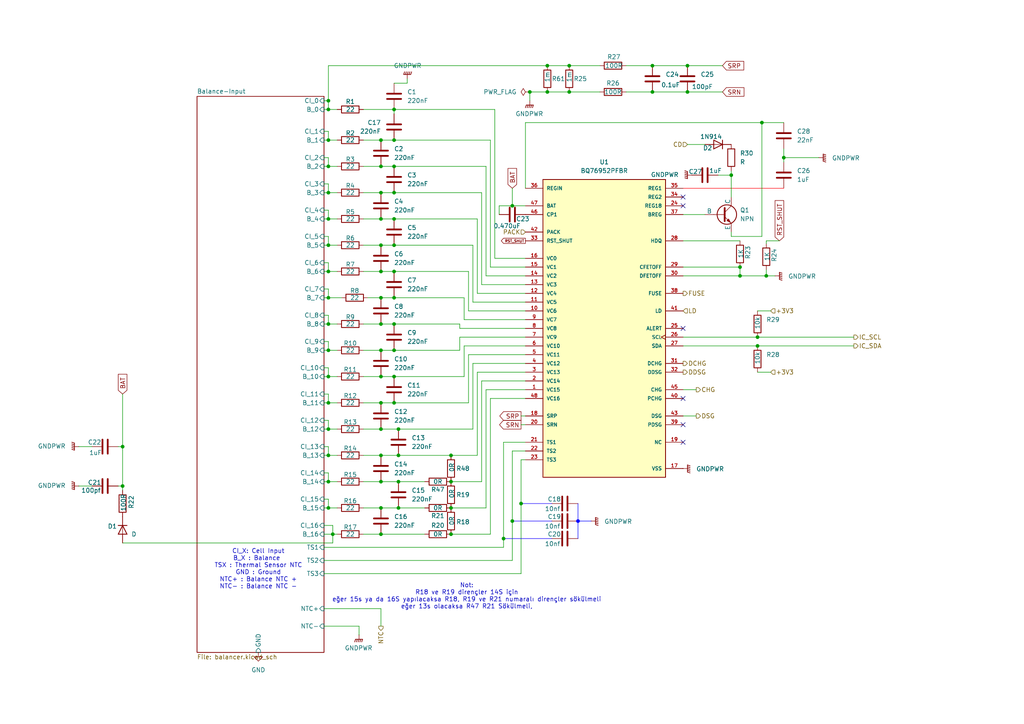
<source format=kicad_sch>
(kicad_sch (version 20250114) (generator "eeschema") (generator_version "9.0")
  (paper "A4")
  (title_block (title "BMS IC") (date "2026-01-01") (rev "0.1") (company "Pehlivan Team"))
  (lib_symbols
    (symbol "BQ76952PFBR:BQ76952PFBR" (pin_names (offset 1.016))
      (property "Reference" "U" (at -17.78 44.196 0))
      (property "Value" "BQ76952PFBR" (at -17.78 -45.72 0))
      (symbol "BQ76952PFBR_0_0"
        (pin input line (at -22.86 40.64 0) (length 5.08) (name "REGIN") (number "36"))
        (pin input line (at -22.86 35.56 0) (length 5.08) (name "BAT") (number "47"))
        (pin bidirectional line (at -22.86 33.02 0) (length 5.08) (name "CP1") (number "46"))
        (pin input line (at -22.86 27.94 0) (length 5.08) (name "PACK") (number "42"))
        (pin input line (at -22.86 25.4 0) (length 5.08) (name "RST_SHUT") (number "33"))
        (pin input line (at -22.86 20.32 0) (length 5.08) (name "VC0") (number "16"))
        (pin input line (at -22.86 17.78 0) (length 5.08) (name "VC1") (number "15"))
        (pin input line (at -22.86 15.24 0) (length 5.08) (name "VC2") (number "14"))
        (pin input line (at -22.86 12.7 0) (length 5.08) (name "VC3") (number "13"))
        (pin input line (at -22.86 10.16 0) (length 5.08) (name "VC4") (number "12"))
        (pin input line (at -22.86 7.62 0) (length 5.08) (name "VC5") (number "11"))
        (pin input line (at -22.86 5.08 0) (length 5.08) (name "VC6") (number "10"))
        (pin input line (at -22.86 2.54 0) (length 5.08) (name "VC7") (number "9"))
        (pin input line (at -22.86 0 0) (length 5.08) (name "VC8") (number "8"))
        (pin input line (at -22.86 -2.54 0) (length 5.08) (name "VC9") (number "7"))
        (pin input line (at -22.86 -5.08 0) (length 5.08) (name "VC10") (number "6"))
        (pin input line (at -22.86 -7.62 0) (length 5.08) (name "VC11") (number "5"))
        (pin input line (at -22.86 -10.16 0) (length 5.08) (name "VC12") (number "4"))
        (pin input line (at -22.86 -12.7 0) (length 5.08) (name "VC13") (number "3"))
        (pin input line (at -22.86 -15.24 0) (length 5.08) (name "VC14") (number "2"))
        (pin input line (at -22.86 -17.78 0) (length 5.08) (name "VC15") (number "1"))
        (pin input line (at -22.86 -20.32 0) (length 5.08) (name "VC16") (number "48"))
        (pin input line (at -22.86 -25.4 0) (length 5.08) (name "SRP") (number "18"))
        (pin input line (at -22.86 -27.94 0) (length 5.08) (name "SRN") (number "20"))
        (pin bidirectional line (at -22.86 -33.02 0) (length 5.08) (name "TS1") (number "21"))
        (pin bidirectional line (at -22.86 -35.56 0) (length 5.08) (name "TS2") (number "22"))
        (pin bidirectional line (at -22.86 -38.1 0) (length 5.08) (name "TS3") (number "23"))
        (pin output line (at 22.86 40.64 180) (length 5.08) (name "REG1") (number "35"))
        (pin output line (at 22.86 38.1 180) (length 5.08) (name "REG2") (number "34"))
        (pin output line (at 22.86 35.56 180) (length 5.08) (name "REG18") (number "24"))
        (pin output line (at 22.86 33.02 180) (length 5.08) (name "BREG") (number "37"))
        (pin bidirectional line (at 22.86 25.4 180) (length 5.08) (name "HDQ") (number "28"))
        (pin bidirectional line (at 22.86 17.78 180) (length 5.08) (name "CFETOFF") (number "29"))
        (pin bidirectional line (at 22.86 15.24 180) (length 5.08) (name "DFETOFF") (number "30"))
        (pin bidirectional line (at 22.86 10.16 180) (length 5.08) (name "FUSE") (number "38"))
        (pin bidirectional line (at 22.86 5.08 180) (length 5.08) (name "LD") (number "41"))
        (pin bidirectional line (at 22.86 0 180) (length 5.08) (name "ALERT") (number "25"))
        (pin bidirectional clock (at 22.86 -2.54 180) (length 5.08) (name "SCL") (number "26"))
        (pin bidirectional line (at 22.86 -5.08 180) (length 5.08) (name "SDA") (number "27"))
        (pin bidirectional line (at 22.86 -10.16 180) (length 5.08) (name "DCHG") (number "31"))
        (pin bidirectional line (at 22.86 -12.7 180) (length 5.08) (name "DDSG") (number "32"))
        (pin output line (at 22.86 -17.78 180) (length 5.08) (name "CHG") (number "45"))
        (pin output line (at 22.86 -20.32 180) (length 5.08) (name "PCHG") (number "40"))
        (pin output line (at 22.86 -25.4 180) (length 5.08) (name "DSG") (number "43"))
        (pin output line (at 22.86 -27.94 180) (length 5.08) (name "PDSG") (number "39"))
        (pin passive line (at 22.86 -33.02 180) (length 5.08) (name "NC") (number "19"))
        (pin passive line (at 22.86 -33.02 180) (length 5.08) (hide yes) (name "NC") (number "44"))
        (pin power_in line (at 22.86 -40.64 180) (length 5.08) (name "VSS") (number "17"))
      )
    )
    (symbol "Device:C" (pin_numbers (hide yes)) (pin_names (offset 0.254))
      (property "Reference" "C" (at 0.635 2.54 0))
      (property "Value" "C" (at 0.635 -2.54 0))
      (symbol "C_1_1"
        (pin passive line (at 0 3.81 270) (length 2.794) (name "~") (number "1"))
        (pin passive line (at 0 -3.81 90) (length 2.794) (name "~") (number "2"))
      )
    )
    (symbol "Device:D" (pin_numbers (hide yes)) (pin_names (offset 1.016) (hide yes))
      (property "Reference" "D" (at 0 2.54 0))
      (property "Value" "D" (at 0 -2.54 0))
      (symbol "D_1_1"
        (pin passive line (at -3.81 0 0) (length 2.54) (name "K") (number "1"))
        (pin passive line (at 3.81 0 180) (length 2.54) (name "A") (number "2"))
      )
    )
    (symbol "Device:R" (pin_numbers (hide yes)) (pin_names (offset 0))
      (property "Reference" "R" (at 2.032 0 90))
      (property "Value" "R" (at 0 0 90))
      (symbol "R_1_1"
        (pin passive line (at 0 3.81 270) (length 1.27) (name "~") (number "1"))
        (pin passive line (at 0 -3.81 90) (length 1.27) (name "~") (number "2"))
      )
    )
    (symbol "Diode:1N914" (pin_numbers (hide yes)) (pin_names (hide yes))
      (property "Reference" "D" (at 0 2.54 0))
      (property "Value" "1N914" (at 0 -2.54 0))
      (symbol "1N914_1_1"
        (pin passive line (at -3.81 0 0) (length 2.54) (name "K") (number "1"))
        (pin passive line (at 3.81 0 180) (length 2.54) (name "A") (number "2"))
      )
    )
    (symbol "Simulation_SPICE:NPN" (pin_numbers (hide yes)) (pin_names (offset 0))
      (property "Reference" "Q" (at -2.54 7.62 0))
      (property "Value" "NPN" (at -2.54 5.08 0))
      (symbol "NPN_1_1"
        (pin input line (at -5.08 0 0) (length 2.54) (name "B") (number "2"))
        (pin open_collector line (at 2.54 5.08 270) (length 2.54) (name "C") (number "1"))
        (pin open_emitter line (at 2.54 -5.08 90) (length 2.54) (name "E") (number "3"))
      )
    )
    (symbol "power:GND" (power) (pin_numbers (hide yes)) (pin_names (offset 0) (hide yes))
      (property "Value" "GND" (at 0 -3.81 0))
      (symbol "GND_1_1"
        (pin power_in line (at 0 0 270) (length 0) (name "~") (number "1"))
      )
    )
    (symbol "power:GNDPWR" (power) (pin_numbers (hide yes)) (pin_names (offset 0) (hide yes))
      (property "Value" "GNDPWR" (at 0 -3.302 0))
      (symbol "GNDPWR_1_1"
        (pin power_in line (at 0 0 270) (length 0) (name "~") (number "1"))
      )
    )
    (symbol "power:PWR_FLAG" (power) (pin_numbers (hide yes)) (pin_names (offset 0) (hide yes))
      (property "Value" "PWR_FLAG" (at 0 3.81 0))
      (symbol "PWR_FLAG_0_0"
        (pin power_out line (at 0 0 90) (length 0) (name "~") (number "1"))
      )
    )
  )
  (text "Not:\nR18 ve R19 dirençler 14S için\neğer 15s ya da 16S yapılacaksa R18, R19 ve R21 numaralı dirençler sökülmeli\neğer 13s olacaksa R47 R21 Sökülmeli,\n" (at 135.382 172.974 0) (effects (font (size 1.27 1.27))))
  (text "CI_X: Cell Input\nB_X : Balance \nTSX : Thermal Sensor NTC\nGND : Ground\nNTC+ : Balance NTC +\nNTC- : Balance NTC -\n" (at 74.93 165.1 0) (effects (font (size 1.27 1.27))))
  (junction (at 110.49 93.98))
  (junction (at 148.59 151.13))
  (junction (at 153.67 26.67))
  (junction (at 95.25 116.84))
  (junction (at 114.3 101.6))
  (junction (at 227.33 45.72))
  (junction (at 189.23 26.67))
  (junction (at 110.49 48.26))
  (junction (at 110.49 86.36))
  (junction (at 114.3 71.12))
  (junction (at 115.57 139.7))
  (junction (at 148.59 59.69))
  (junction (at 130.81 132.08))
  (junction (at 35.56 140.97))
  (junction (at 95.25 31.75))
  (junction (at 165.1 19.05))
  (junction (at 114.3 48.26))
  (junction (at 110.49 101.6))
  (junction (at 220.98 35.56))
  (junction (at 96.52 154.94))
  (junction (at 95.25 101.6))
  (junction (at 110.49 154.94))
  (junction (at 151.13 146.05))
  (junction (at 146.05 156.21))
  (junction (at 114.3 93.98))
  (junction (at 110.49 147.32))
  (junction (at 115.57 124.46))
  (junction (at 95.25 109.22))
  (junction (at 110.49 116.84))
  (junction (at 95.25 55.88))
  (junction (at 214.63 77.47))
  (junction (at 222.25 80.01))
  (junction (at 219.71 100.33))
  (junction (at 199.39 19.05))
  (junction (at 35.56 129.54))
  (junction (at 114.3 116.84))
  (junction (at 114.3 78.74))
  (junction (at 95.25 78.74))
  (junction (at 110.49 71.12))
  (junction (at 95.25 40.64))
  (junction (at 158.75 19.05))
  (junction (at 95.25 139.7))
  (junction (at 95.25 124.46))
  (junction (at 189.23 19.05))
  (junction (at 110.49 40.64))
  (junction (at 114.3 55.88))
  (junction (at 212.09 50.8))
  (junction (at 167.64 151.13) (color 0 0 255 1))
  (junction (at 110.49 78.74))
  (junction (at 110.49 132.08))
  (junction (at 115.57 147.32))
  (junction (at 95.25 93.98))
  (junction (at 130.81 154.94))
  (junction (at 199.39 26.67))
  (junction (at 165.1 26.67))
  (junction (at 115.57 132.08))
  (junction (at 95.25 132.08))
  (junction (at 158.75 26.67))
  (junction (at 110.49 109.22))
  (junction (at 95.25 29.21))
  (junction (at 95.25 86.36))
  (junction (at 214.63 80.01))
  (junction (at 95.25 71.12))
  (junction (at 110.49 139.7))
  (junction (at 130.81 147.32))
  (junction (at 114.3 86.36))
  (junction (at 114.3 31.75))
  (junction (at 95.25 48.26))
  (junction (at 95.25 147.32))
  (junction (at 219.71 97.79))
  (junction (at 95.25 63.5))
  (junction (at 110.49 63.5))
  (junction (at 114.3 40.64))
  (junction (at 114.3 109.22))
  (junction (at 110.49 55.88))
  (junction (at 114.3 63.5))
  (junction (at 110.49 124.46))
  (junction (at 130.81 139.7))
  (no_connect (at 198.12 128.27))
  (no_connect (at 198.12 57.15))
  (no_connect (at 198.12 95.25))
  (no_connect (at 198.12 115.57))
  (no_connect (at 198.12 59.69))
  (no_connect (at 198.12 123.19))
  (wire (pts (xy 93.98 124.46) (xy 95.25 124.46)))
  (wire (pts (xy 151.13 146.05) (xy 160.02 146.05)) (stroke (width 0) (color 21 0 255 1)))
  (wire (pts (xy 114.3 116.84) (xy 110.49 116.84)))
  (wire (pts (xy 95.25 63.5) (xy 97.79 63.5)))
  (wire (pts (xy 134.62 92.71) (xy 152.4 92.71)))
  (wire (pts (xy 22.86 129.54) (xy 26.67 129.54)))
  (wire (pts (xy 95.25 139.7) (xy 97.79 139.7)))
  (wire (pts (xy 93.98 53.34) (xy 95.25 53.34)))
  (wire (pts (xy 198.12 97.79) (xy 219.71 97.79)))
  (wire (pts (xy 95.25 124.46) (xy 95.25 121.92)))
  (wire (pts (xy 146.05 156.21) (xy 146.05 158.75)))
  (wire (pts (xy 93.98 109.22) (xy 95.25 109.22)))
  (wire (pts (xy 95.25 29.21) (xy 95.25 19.05)))
  (wire (pts (xy 222.25 69.85) (xy 222.25 70.6494)))
  (wire (pts (xy 93.98 116.84) (xy 95.25 116.84)))
  (wire (pts (xy 34.29 129.54) (xy 35.56 129.54)))
  (wire (pts (xy 106.68 86.36) (xy 110.49 86.36)))
  (wire (pts (xy 96.52 152.4) (xy 96.52 154.94)))
  (wire (pts (xy 212.09 49.53) (xy 212.09 50.8)))
  (wire (pts (xy 198.12 80.01) (xy 214.63 80.01)))
  (wire (pts (xy 115.57 124.46) (xy 137.16 124.46)))
  (wire (pts (xy 138.43 107.95) (xy 152.4 107.95)))
  (wire (pts (xy 95.25 147.32) (xy 97.79 147.32)))
  (wire (pts (xy 114.3 31.75) (xy 114.3 33.02)))
  (wire (pts (xy 167.64 151.13) (xy 171.45 151.13)) (stroke (width 0) (color 0 0 255 1)))
  (wire (pts (xy 93.98 71.12) (xy 95.25 71.12)))
  (wire (pts (xy 114.3 40.64) (xy 142.24 40.64)))
  (wire (pts (xy 95.25 31.75) (xy 95.25 29.21)))
  (wire (pts (xy 133.35 97.79) (xy 152.4 97.79)))
  (wire (pts (xy 95.25 91.44) (xy 95.25 93.98)))
  (wire (pts (xy 114.3 109.22) (xy 110.49 109.22)))
  (wire (pts (xy 93.98 60.96) (xy 95.25 60.96)))
  (wire (pts (xy 151.13 146.05) (xy 151.13 166.37)))
  (wire (pts (xy 227.33 45.72) (xy 227.33 46.99)))
  (wire (pts (xy 110.49 71.12) (xy 114.3 71.12)))
  (wire (pts (xy 140.97 48.26) (xy 140.97 80.01)))
  (wire (pts (xy 199.39 26.67) (xy 209.55 26.67)))
  (wire (pts (xy 148.59 151.13) (xy 160.02 151.13)) (stroke (width 0) (color 21 0 255 1)))
  (wire (pts (xy 212.09 68.58) (xy 212.09 67.31)))
  (wire (pts (xy 146.05 128.27) (xy 146.05 156.21)))
  (wire (pts (xy 35.56 129.54) (xy 35.56 140.97)))
  (wire (pts (xy 95.25 99.06) (xy 95.25 101.6)))
  (wire (pts (xy 114.3 31.75) (xy 143.51 31.75)))
  (wire (pts (xy 95.25 147.32) (xy 95.25 144.78)))
  (wire (pts (xy 115.57 132.08) (xy 110.49 132.08)))
  (wire (pts (xy 134.62 100.33) (xy 152.4 100.33)))
  (wire (pts (xy 130.81 132.08) (xy 115.57 132.08)))
  (wire (pts (xy 110.49 147.32) (xy 115.57 147.32)))
  (wire (pts (xy 110.49 78.74) (xy 114.3 78.74)))
  (wire (pts (xy 133.35 101.6) (xy 114.3 101.6)))
  (wire (pts (xy 93.98 78.74) (xy 95.25 78.74)))
  (wire (pts (xy 114.3 101.6) (xy 110.49 101.6)))
  (wire (pts (xy 208.28 50.8) (xy 212.09 50.8)))
  (wire (pts (xy 135.89 116.84) (xy 114.3 116.84)))
  (wire (pts (xy 227.33 43.18) (xy 227.33 45.72)))
  (wire (pts (xy 95.25 60.96) (xy 95.25 63.5)))
  (wire (pts (xy 105.41 78.74) (xy 110.49 78.74)))
  (wire (pts (xy 130.81 147.32) (xy 140.97 147.32)))
  (wire (pts (xy 199.39 41.91) (xy 204.47 41.91)))
  (wire (pts (xy 93.98 147.32) (xy 95.25 147.32)))
  (wire (pts (xy 95.25 116.84) (xy 97.79 116.84)))
  (wire (pts (xy 151.13 133.35) (xy 152.4 133.35)))
  (wire (pts (xy 93.98 176.53) (xy 110.49 176.53)))
  (wire (pts (xy 95.25 114.3) (xy 93.98 114.3)))
  (wire (pts (xy 152.4 128.27) (xy 146.05 128.27)))
  (wire (pts (xy 105.41 139.7) (xy 110.49 139.7)))
  (wire (pts (xy 95.25 76.2) (xy 95.25 78.74)))
  (wire (pts (xy 181.61 19.05) (xy 189.23 19.05)))
  (wire (pts (xy 93.98 31.75) (xy 95.25 31.75)))
  (wire (pts (xy 93.98 101.6) (xy 95.25 101.6)))
  (wire (pts (xy 110.49 139.7) (xy 115.57 139.7)))
  (wire (pts (xy 212.09 68.58) (xy 220.98 68.58)))
  (wire (pts (xy 95.25 38.1) (xy 95.25 40.64)))
  (wire (pts (xy 148.59 130.81) (xy 148.59 151.13)))
  (wire (pts (xy 93.98 99.06) (xy 95.25 99.06)))
  (wire (pts (xy 138.43 132.08) (xy 130.81 132.08)))
  (wire (pts (xy 237.49 45.72) (xy 227.33 45.72)))
  (wire (pts (xy 158.75 26.67) (xy 165.1 26.67)))
  (wire (pts (xy 222.25 78.2694) (xy 222.25 80.01)))
  (wire (pts (xy 219.71 97.79) (xy 247.65 97.79)))
  (wire (pts (xy 148.59 151.13) (xy 148.59 162.56)))
  (wire (pts (xy 95.25 121.92) (xy 93.98 121.92)))
  (wire (pts (xy 110.49 101.6) (xy 105.41 101.6)))
  (wire (pts (xy 139.7 55.88) (xy 139.7 82.55)))
  (wire (pts (xy 142.24 40.64) (xy 142.24 77.47)))
  (wire (pts (xy 95.25 109.22) (xy 97.79 109.22)))
  (wire (pts (xy 93.98 91.44) (xy 95.25 91.44)))
  (wire (pts (xy 140.97 80.01) (xy 152.4 80.01)))
  (wire (pts (xy 95.25 124.46) (xy 97.79 124.46)))
  (wire (pts (xy 104.14 181.61) (xy 104.14 184.15)))
  (wire (pts (xy 152.4 35.56) (xy 152.4 54.61)))
  (wire (pts (xy 142.24 115.57) (xy 142.24 154.94)))
  (wire (pts (xy 224.79 80.01) (xy 222.25 80.01)))
  (wire (pts (xy 212.09 50.8) (xy 212.09 57.15)))
  (wire (pts (xy 140.97 113.03) (xy 140.97 147.32)))
  (wire (pts (xy 96.52 154.94) (xy 96.52 157.48)))
  (wire (pts (xy 130.81 139.7) (xy 139.7 139.7)))
  (wire (pts (xy 167.64 151.13) (xy 167.64 156.21)) (stroke (width 0) (color 0 0 255 1)))
  (wire (pts (xy 114.3 48.26) (xy 140.97 48.26)))
  (wire (pts (xy 220.98 35.56) (xy 220.98 68.58)))
  (wire (pts (xy 135.89 78.74) (xy 135.89 90.17)))
  (wire (pts (xy 110.49 63.5) (xy 114.3 63.5)))
  (wire (pts (xy 134.62 86.36) (xy 134.62 92.71)))
  (wire (pts (xy 95.25 45.72) (xy 95.25 48.26)))
  (wire (pts (xy 198.12 77.47) (xy 214.63 77.47)))
  (wire (pts (xy 133.35 95.25) (xy 152.4 95.25)))
  (wire (pts (xy 198.12 62.23) (xy 204.47 62.23)))
  (wire (pts (xy 130.81 154.94) (xy 142.24 154.94)))
  (wire (pts (xy 198.12 113.03) (xy 201.93 113.03)))
  (wire (pts (xy 151.13 120.65) (xy 152.4 120.65)))
  (wire (pts (xy 95.25 106.68) (xy 93.98 106.68)))
  (wire (pts (xy 148.59 59.69) (xy 152.4 59.69)))
  (wire (pts (xy 35.56 140.97) (xy 34.29 140.97)))
  (wire (pts (xy 110.49 132.08) (xy 105.41 132.08)))
  (wire (pts (xy 198.12 100.33) (xy 219.71 100.33)))
  (wire (pts (xy 110.49 48.26) (xy 105.41 48.26)))
  (wire (pts (xy 140.97 113.03) (xy 152.4 113.03)))
  (wire (pts (xy 144.78 59.69) (xy 148.59 59.69)))
  (wire (pts (xy 134.62 100.33) (xy 134.62 109.22)))
  (wire (pts (xy 151.13 133.35) (xy 151.13 146.05)))
  (wire (pts (xy 114.3 93.98) (xy 133.35 93.98)))
  (wire (pts (xy 95.25 129.54) (xy 93.98 129.54)))
  (wire (pts (xy 95.25 101.6) (xy 97.79 101.6)))
  (wire (pts (xy 142.24 77.47) (xy 152.4 77.47)))
  (wire (pts (xy 95.25 71.12) (xy 97.79 71.12)))
  (wire (pts (xy 158.75 19.05) (xy 165.1 19.05)))
  (wire (pts (xy 93.98 68.58) (xy 95.25 68.58)))
  (wire (pts (xy 114.3 55.88) (xy 139.7 55.88)))
  (wire (pts (xy 226.06 69.85) (xy 222.25 69.85)))
  (wire (pts (xy 35.56 157.48) (xy 96.52 157.48)))
  (wire (pts (xy 93.98 38.1) (xy 95.25 38.1)))
  (wire (pts (xy 198.12 120.65) (xy 201.93 120.65)))
  (wire (pts (xy 95.25 93.98) (xy 97.79 93.98)))
  (wire (pts (xy 115.57 139.7) (xy 123.19 139.7)))
  (wire (pts (xy 105.41 71.12) (xy 110.49 71.12)))
  (wire (pts (xy 93.98 181.61) (xy 104.14 181.61)))
  (wire (pts (xy 93.98 86.36) (xy 95.25 86.36)))
  (wire (pts (xy 95.25 106.68) (xy 95.25 109.22)))
  (wire (pts (xy 93.98 152.4) (xy 96.52 152.4)))
  (wire (pts (xy 93.98 162.56) (xy 148.59 162.56)))
  (wire (pts (xy 152.4 35.56) (xy 220.98 35.56)))
  (wire (pts (xy 105.41 63.5) (xy 110.49 63.5)))
  (wire (pts (xy 93.98 40.64) (xy 95.25 40.64)))
  (wire (pts (xy 105.41 147.32) (xy 110.49 147.32)))
  (wire (pts (xy 133.35 93.98) (xy 133.35 95.25)))
  (wire (pts (xy 115.57 147.32) (xy 123.19 147.32)))
  (wire (pts (xy 105.41 93.98) (xy 110.49 93.98)))
  (wire (pts (xy 95.25 53.34) (xy 95.25 55.88)))
  (wire (pts (xy 93.98 83.82) (xy 95.25 83.82)))
  (wire (pts (xy 118.11 24.13) (xy 114.3 24.13)))
  (wire (pts (xy 95.25 19.05) (xy 158.75 19.05)))
  (wire (pts (xy 181.61 26.67) (xy 189.23 26.67)))
  (wire (pts (xy 214.63 77.47) (xy 214.63 80.01)))
  (wire (pts (xy 35.56 114.3) (xy 35.56 129.54)))
  (wire (pts (xy 110.49 86.36) (xy 114.3 86.36)))
  (wire (pts (xy 133.35 97.79) (xy 133.35 101.6)))
  (wire (pts (xy 95.25 132.08) (xy 95.25 129.54)))
  (wire (pts (xy 114.3 63.5) (xy 138.43 63.5)))
  (wire (pts (xy 134.62 109.22) (xy 114.3 109.22)))
  (wire (pts (xy 95.25 139.7) (xy 95.25 137.16)))
  (wire (pts (xy 139.7 110.49) (xy 152.4 110.49)))
  (wire (pts (xy 93.98 139.7) (xy 95.25 139.7)))
  (wire (pts (xy 118.11 22.86) (xy 118.11 24.13)))
  (wire (pts (xy 142.24 115.57) (xy 152.4 115.57)))
  (wire (pts (xy 143.51 31.75) (xy 143.51 74.93)))
  (wire (pts (xy 199.39 19.05) (xy 209.55 19.05)))
  (wire (pts (xy 105.41 124.46) (xy 110.49 124.46)))
  (wire (pts (xy 110.49 154.94) (xy 123.19 154.94)))
  (wire (pts (xy 95.25 78.74) (xy 97.79 78.74)))
  (wire (pts (xy 151.13 123.19) (xy 152.4 123.19)))
  (wire (pts (xy 93.98 29.21) (xy 95.25 29.21)))
  (wire (pts (xy 110.49 55.88) (xy 114.3 55.88)))
  (wire (pts (xy 35.56 142.24) (xy 35.56 140.97)))
  (wire (pts (xy 93.98 76.2) (xy 95.25 76.2)))
  (wire (pts (xy 22.86 140.97) (xy 26.67 140.97)))
  (wire (pts (xy 135.89 102.87) (xy 135.89 116.84)))
  (wire (pts (xy 189.23 19.05) (xy 199.39 19.05)))
  (wire (pts (xy 198.12 54.61) (xy 227.33 54.61)) (stroke (width 0) (color 255 0 9 1)))
  (wire (pts (xy 114.3 86.36) (xy 134.62 86.36)))
  (wire (pts (xy 114.3 78.74) (xy 135.89 78.74)))
  (wire (pts (xy 227.33 35.56) (xy 220.98 35.56)))
  (wire (pts (xy 137.16 105.41) (xy 152.4 105.41)))
  (wire (pts (xy 219.71 100.33) (xy 247.65 100.33)))
  (wire (pts (xy 110.49 176.53) (xy 110.49 181.61)))
  (wire (pts (xy 167.64 146.05) (xy 167.64 151.13)) (stroke (width 0) (color 0 0 255 1)))
  (wire (pts (xy 93.98 63.5) (xy 95.25 63.5)))
  (wire (pts (xy 95.25 55.88) (xy 97.79 55.88)))
  (wire (pts (xy 189.23 26.67) (xy 199.39 26.67)))
  (wire (pts (xy 95.25 132.08) (xy 97.79 132.08)))
  (wire (pts (xy 137.16 124.46) (xy 137.16 105.41)))
  (wire (pts (xy 95.25 86.36) (xy 99.06 86.36)))
  (wire (pts (xy 198.12 69.85) (xy 214.63 69.85)))
  (wire (pts (xy 148.59 54.61) (xy 148.59 59.69)))
  (wire (pts (xy 93.98 48.26) (xy 95.25 48.26)))
  (wire (pts (xy 110.49 109.22) (xy 105.41 109.22)))
  (wire (pts (xy 137.16 87.63) (xy 137.16 71.12)))
  (wire (pts (xy 137.16 71.12) (xy 114.3 71.12)))
  (wire (pts (xy 138.43 85.09) (xy 152.4 85.09)))
  (wire (pts (xy 135.89 90.17) (xy 152.4 90.17)))
  (wire (pts (xy 93.98 166.37) (xy 151.13 166.37)))
  (wire (pts (xy 222.25 80.01) (xy 214.63 80.01)))
  (wire (pts (xy 110.49 116.84) (xy 105.41 116.84)))
  (wire (pts (xy 146.05 156.21) (xy 160.02 156.21)) (stroke (width 0) (color 21 0 255 1)))
  (wire (pts (xy 96.52 154.94) (xy 97.79 154.94)))
  (wire (pts (xy 95.25 137.16) (xy 93.98 137.16)))
  (wire (pts (xy 95.25 48.26) (xy 97.79 48.26)))
  (wire (pts (xy 138.43 107.95) (xy 138.43 132.08)))
  (wire (pts (xy 144.78 59.69) (xy 144.78 62.23)))
  (wire (pts (xy 153.67 26.67) (xy 158.75 26.67)))
  (wire (pts (xy 153.67 29.21) (xy 153.67 26.67)))
  (wire (pts (xy 105.41 31.75) (xy 114.3 31.75)))
  (wire (pts (xy 95.25 31.75) (xy 97.79 31.75)))
  (wire (pts (xy 137.16 87.63) (xy 152.4 87.63)))
  (wire (pts (xy 95.25 83.82) (xy 95.25 86.36)))
  (wire (pts (xy 143.51 74.93) (xy 152.4 74.93)))
  (wire (pts (xy 93.98 132.08) (xy 95.25 132.08)))
  (wire (pts (xy 105.41 55.88) (xy 110.49 55.88)))
  (wire (pts (xy 110.49 124.46) (xy 115.57 124.46)))
  (wire (pts (xy 165.1 19.05) (xy 173.99 19.05)))
  (wire (pts (xy 93.98 45.72) (xy 95.25 45.72)))
  (wire (pts (xy 223.52 90.17) (xy 219.71 90.17)))
  (wire (pts (xy 93.98 154.94) (xy 96.52 154.94)))
  (wire (pts (xy 95.25 40.64) (xy 97.79 40.64)))
  (wire (pts (xy 223.52 107.95) (xy 219.71 107.95)))
  (wire (pts (xy 139.7 82.55) (xy 152.4 82.55)))
  (wire (pts (xy 148.59 130.81) (xy 152.4 130.81)))
  (wire (pts (xy 135.89 102.87) (xy 152.4 102.87)))
  (wire (pts (xy 95.25 116.84) (xy 95.25 114.3)))
  (wire (pts (xy 110.49 48.26) (xy 114.3 48.26)))
  (wire (pts (xy 93.98 93.98) (xy 95.25 93.98)))
  (wire (pts (xy 95.25 68.58) (xy 95.25 71.12)))
  (wire (pts (xy 95.25 144.78) (xy 93.98 144.78)))
  (wire (pts (xy 105.41 40.64) (xy 110.49 40.64)))
  (wire (pts (xy 93.98 55.88) (xy 95.25 55.88)))
  (wire (pts (xy 105.41 154.94) (xy 110.49 154.94)))
  (wire (pts (xy 138.43 63.5) (xy 138.43 85.09)))
  (wire (pts (xy 110.49 40.64) (xy 114.3 40.64)))
  (wire (pts (xy 110.49 93.98) (xy 114.3 93.98)))
  (wire (pts (xy 93.98 158.75) (xy 146.05 158.75)))
  (wire (pts (xy 165.1 26.67) (xy 173.99 26.67)))
  (wire (pts (xy 139.7 139.7) (xy 139.7 110.49)))
  (global_label "BAT" (shape input) (at 148.59 54.61 90) (property "Intersheetrefs" "${INTERSHEET_REFS}" (effects (hide yes))))
  (global_label "SRN" (shape input) (at 209.55 26.67 0) (property "Intersheetrefs" "${INTERSHEET_REFS}" (effects (hide yes))))
  (global_label "SRP" (shape input) (at 209.55 19.05 0) (property "Intersheetrefs" "${INTERSHEET_REFS}" (effects (hide yes))))
  (global_label "RST_SHUT" (shape output) (at 152.4 69.85 180) (effects (font (size 0.762 0.762))) (property "Intersheetrefs" "${INTERSHEET_REFS}" (effects (hide yes))))
  (global_label "RST_SHUT" (shape input) (at 226.06 69.85 90) (property "Intersheetrefs" "${INTERSHEET_REFS}" (effects (hide yes))))
  (global_label "SRP" (shape output) (at 151.13 120.65 180) (property "Intersheetrefs" "${INTERSHEET_REFS}" (effects (hide yes))))
  (global_label "BAT" (shape input) (at 35.56 114.3 90) (property "Intersheetrefs" "${INTERSHEET_REFS}" (effects (hide yes))))
  (global_label "SRN" (shape output) (at 151.13 123.19 180) (property "Intersheetrefs" "${INTERSHEET_REFS}" (effects (hide yes))))
  (hierarchical_label "DDSG" (shape output) (at 198.12 107.95 0))
  (hierarchical_label "FUSE" (shape output) (at 198.12 85.09 0))
  (hierarchical_label "CHG" (shape output) (at 201.93 113.03 0))
  (hierarchical_label "DCHG" (shape output) (at 198.12 105.41 0))
  (hierarchical_label "+3V3" (shape input) (at 223.52 107.95 0))
  (hierarchical_label "IC_SDA" (shape output) (at 247.65 100.33 0))
  (hierarchical_label "LD" (shape input) (at 198.12 90.17 0))
  (hierarchical_label "NTC" (shape output) (at 110.49 181.61 270))
  (hierarchical_label "DSG" (shape output) (at 201.93 120.65 0))
  (hierarchical_label "PACK" (shape input) (at 152.4 67.31 180))
  (hierarchical_label "IC_SCL" (shape output) (at 247.65 97.79 0))
  (hierarchical_label "CD" (shape input) (at 199.39 41.91 180))
  (hierarchical_label "+3V3" (shape input) (at 223.52 90.17 0))
  (symbol (lib_id "Device:C") (at 163.83 151.13 90) (unit 1)
    (property "Reference" "C19" (at 160.782 149.86 90))
    (property "Value" "10nf" (at 160.274 152.654 90))
    (property "Footprint" "Capacitor_SMD:C_1210_3225Metric_Pad1.33x2.70mm_HandSolder" (effects (hide yes)))
    (property "Description" "Unpolarized capacitor" (effects (hide yes)))
  )
  (symbol (lib_id "Device:C") (at 110.49 59.69 180) (unit 1)
    (property "Reference" "C4" (at 114.3 58.4199 0) (effects (justify right)))
    (property "Value" "220nF" (at 114.3 60.9599 0) (effects (justify right)))
    (property "Footprint" "Capacitor_SMD:C_1210_3225Metric_Pad1.33x2.70mm_HandSolder" (effects (hide yes)))
    (property "Description" "Unpolarized capacitor" (effects (hide yes)))
  )
  (symbol (lib_id "Device:R") (at 101.6 101.6 90) (unit 1)
    (property "Reference" "R10" (at 101.6 99.568 90))
    (property "Value" "22" (at 101.6 101.6 90))
    (property "Footprint" "Resistor_SMD:R_1210_3225Metric_Pad1.30x2.65mm_HandSolder" (effects (hide yes)))
    (property "Description" "Resistor" (effects (hide yes)))
  )
  (symbol (lib_id "power:GNDPWR") (at 224.79 80.01 90) (unit 1)
    (property "Reference" "#PWR07" (effects (hide yes)))
    (property "Value" "GNDPWR" (at 228.6 80.1369 90) (effects (justify right)))
    (property "Description" "Power symbol creates a global label with name \"GNDPWR\" , global ground" (effects (hide yes)))
  )
  (symbol (lib_id "Device:C") (at 115.57 128.27 0) (unit 1)
    (property "Reference" "C13" (at 119.38 126.9999 0) (effects (justify left)))
    (property "Value" "220nF" (at 119.38 129.5399 0) (effects (justify left)))
    (property "Footprint" "Capacitor_SMD:C_1210_3225Metric_Pad1.33x2.70mm_HandSolder" (effects (hide yes)))
    (property "Description" "Unpolarized capacitor" (effects (hide yes)))
  )
  (symbol (lib_id "Device:R") (at 101.6 109.22 90) (unit 1)
    (property "Reference" "R11" (at 101.6 107.188 90))
    (property "Value" "22" (at 101.6 109.22 90))
    (property "Footprint" "Resistor_SMD:R_1210_3225Metric_Pad1.30x2.65mm_HandSolder" (effects (hide yes)))
    (property "Description" "Resistor" (effects (hide yes)))
  )
  (symbol (lib_id "Device:R") (at 35.56 146.05 0) (unit 1)
    (property "Reference" "R22" (at 38.1 147.574 90) (effects (justify left)))
    (property "Value" "100R" (at 35.814 148.336 90) (effects (justify left)))
    (property "Footprint" "Resistor_THT:R_Axial_DIN0309_L9.0mm_D3.2mm_P15.24mm_Horizontal" (effects (hide yes)))
    (property "Description" "Resistor" (effects (hide yes)))
  )
  (symbol (lib_id "Device:R") (at 130.81 151.13 0) (unit 1)
    (property "Reference" "R18" (at 132.334 151.384 0) (effects (justify left)))
    (property "Value" "0R" (at 131.064 152.4 90) (effects (justify left)))
    (property "Footprint" "Resistor_SMD:R_0603_1608Metric_Pad0.98x0.95mm_HandSolder" (effects (hide yes)))
    (property "Description" "Resistor" (effects (hide yes)))
  )
  (symbol (lib_id "power:GNDPWR") (at 198.12 135.89 90) (unit 1)
    (property "Reference" "#PWR03" (effects (hide yes)))
    (property "Value" "GNDPWR" (at 201.93 136.0169 90) (effects (justify right)))
    (property "Description" "Power symbol creates a global label with name \"GNDPWR\" , global ground" (effects (hide yes)))
  )
  (symbol (lib_id "Simulation_SPICE:NPN") (at 209.55 62.23 0) (unit 1)
    (property "Reference" "Q1" (at 214.63 60.9599 0) (effects (justify left)))
    (property "Value" "NPN" (at 214.63 63.4999 0) (effects (justify left)))
    (property "Footprint" "Package_TO_SOT_THT:TO-92_HandSolder" (effects (hide yes)))
    (property "Datasheet" "https://ngspice.sourceforge.io/docs/ngspice-html-manual/manual.xhtml#cha_BJTs" (effects (hide yes)))
    (property "Description" "Bipolar transistor symbol for simulation only, substrate tied to the emitter" (effects (hide yes)))
    (property "Sim.Device" "NPN" (effects (hide yes)))
    (property "Sim.Type" "GUMMELPOON" (effects (hide yes)))
    (property "Sim.Pins" "1=C 2=B 3=E" (effects (hide yes)))
  )
  (symbol (lib_id "Device:R") (at 101.6 154.94 90) (unit 1)
    (property "Reference" "R17" (at 101.6 152.908 90))
    (property "Value" "22" (at 101.6 154.94 90))
    (property "Footprint" "Resistor_SMD:R_1210_3225Metric_Pad1.30x2.65mm_HandSolder" (effects (hide yes)))
    (property "Description" "Resistor" (effects (hide yes)))
  )
  (symbol (lib_id "Device:R") (at 127 154.94 90) (unit 1)
    (property "Reference" "R20" (at 127 152.4 90))
    (property "Value" "0R" (at 127 154.94 90))
    (property "Footprint" "Resistor_SMD:R_0603_1608Metric_Pad0.98x0.95mm_HandSolder" (effects (hide yes)))
    (property "Description" "Resistor" (effects (hide yes)))
  )
  (symbol (lib_id "Device:R") (at 101.6 78.74 90) (unit 1)
    (property "Reference" "R7" (at 101.6 76.708 90))
    (property "Value" "22" (at 101.6 78.74 90))
    (property "Footprint" "Resistor_SMD:R_1210_3225Metric_Pad1.30x2.65mm_HandSolder" (effects (hide yes)))
    (property "Description" "Resistor" (effects (hide yes)))
  )
  (symbol (lib_id "Device:C") (at 30.48 129.54 90) (unit 1)
    (property "Reference" "C22" (at 27.432 128.27 90))
    (property "Value" "1uF" (at 27.686 131.318 90))
    (property "Footprint" "Capacitor_SMD:C_0805_2012Metric_Pad1.18x1.45mm_HandSolder" (effects (hide yes)))
    (property "Description" "Unpolarized capacitor" (effects (hide yes)))
  )
  (symbol (lib_id "Device:R") (at 212.09 45.72 0) (unit 1)
    (property "Reference" "R30" (at 214.63 44.4499 0) (effects (justify left)))
    (property "Value" "R" (at 214.63 46.9899 0) (effects (justify left)))
    (property "Footprint" "Resistor_THT:R_Axial_DIN0309_L9.0mm_D3.2mm_P15.24mm_Horizontal" (effects (hide yes)))
    (property "Description" "Resistor" (effects (hide yes)))
  )
  (symbol (lib_id "Device:R") (at 177.8 26.67 90) (unit 1)
    (property "Reference" "R26" (at 177.8 24.13 90))
    (property "Value" "100R" (at 177.8 26.67 90))
    (property "Footprint" "Resistor_SMD:R_1210_3225Metric_Pad1.30x2.65mm_HandSolder" (effects (hide yes)))
    (property "Description" "Resistor" (effects (hide yes)))
  )
  (symbol (lib_id "power:GNDPWR") (at 118.11 22.86 180) (unit 1)
    (property "Reference" "#PWR01" (effects (hide yes)))
    (property "Value" "GNDPWR" (at 118.237 19.05 0))
    (property "Description" "Power symbol creates a global label with name \"GNDPWR\" , global ground" (effects (hide yes)))
  )
  (symbol (lib_id "Device:R") (at 130.81 143.51 0) (unit 1)
    (property "Reference" "R19" (at 132.334 143.51 0) (effects (justify left)))
    (property "Value" "0R" (at 131.064 144.526 90) (effects (justify left)))
    (property "Footprint" "Resistor_SMD:R_0603_1608Metric_Pad0.98x0.95mm_HandSolder" (effects (hide yes)))
    (property "Description" "Resistor" (effects (hide yes)))
  )
  (symbol (lib_id "power:GNDPWR") (at 171.45 151.13 90) (unit 1)
    (property "Reference" "#PWR09" (effects (hide yes)))
    (property "Value" "GNDPWR" (at 175.26 151.2569 90) (effects (justify right)))
    (property "Description" "Power symbol creates a global label with name \"GNDPWR\" , global ground" (effects (hide yes)))
  )
  (symbol (lib_id "Device:C") (at 114.3 113.03 0) (unit 1)
    (property "Reference" "C11" (at 118.11 111.7599 0) (effects (justify left)))
    (property "Value" "220nF" (at 118.11 114.2999 0) (effects (justify left)))
    (property "Footprint" "Capacitor_SMD:C_1210_3225Metric_Pad1.33x2.70mm_HandSolder" (effects (hide yes)))
    (property "Description" "Unpolarized capacitor" (effects (hide yes)))
  )
  (symbol (lib_id "Device:R") (at 102.87 86.36 90) (unit 1)
    (property "Reference" "R8" (at 102.87 84.328 90))
    (property "Value" "22" (at 102.87 86.36 90))
    (property "Footprint" "Resistor_SMD:R_1210_3225Metric_Pad1.30x2.65mm_HandSolder" (effects (hide yes)))
    (property "Description" "Resistor" (effects (hide yes)))
  )
  (symbol (lib_id "Device:R") (at 101.6 48.26 90) (unit 1)
    (property "Reference" "R3" (at 101.6 46.228 90))
    (property "Value" "22" (at 101.6 48.26 90))
    (property "Footprint" "Resistor_SMD:R_1210_3225Metric_Pad1.30x2.65mm_HandSolder" (effects (hide yes)))
    (property "Description" "Resistor" (effects (hide yes)))
  )
  (symbol (lib_id "Device:C") (at 227.33 50.8 180) (unit 1)
    (property "Reference" "C26" (at 231.14 49.5299 0) (effects (justify right)))
    (property "Value" "1uF" (at 231.14 52.0699 0) (effects (justify right)))
    (property "Footprint" "Capacitor_SMD:C_0805_2012Metric_Pad1.18x1.45mm_HandSolder" (effects (hide yes)))
    (property "Description" "Unpolarized capacitor" (effects (hide yes)))
  )
  (symbol (lib_id "Device:R") (at 101.6 71.12 90) (unit 1)
    (property "Reference" "R6" (at 101.6 69.088 90))
    (property "Value" "22" (at 101.6 71.12 90))
    (property "Footprint" "Resistor_SMD:R_1210_3225Metric_Pad1.30x2.65mm_HandSolder" (effects (hide yes)))
    (property "Description" "Resistor" (effects (hide yes)))
  )
  (symbol (lib_id "Device:C") (at 110.49 151.13 0) (unit 1)
    (property "Reference" "C16" (at 114.3 149.8599 0) (effects (justify left)))
    (property "Value" "220nF" (at 114.3 152.3999 0) (effects (justify left)))
    (property "Footprint" "Capacitor_SMD:C_1210_3225Metric_Pad1.33x2.70mm_HandSolder" (effects (hide yes)))
    (property "Description" "Unpolarized capacitor" (effects (hide yes)))
  )
  (symbol (lib_id "power:PWR_FLAG") (at 153.67 26.67 90) (unit 1)
    (property "Reference" "#FLG02" (effects (hide yes)))
    (property "Value" "PWR_FLAG" (at 149.86 26.6699 90) (effects (justify left)))
    (property "Description" "Special symbol for telling ERC where power comes from" (effects (hide yes)))
  )
  (symbol (lib_id "Device:R") (at 214.63 73.66 0) (unit 1)
    (property "Reference" "R23" (at 216.916 75.184 90) (effects (justify left)))
    (property "Value" "1K" (at 214.884 74.93 90) (effects (justify left)))
    (property "Footprint" "Resistor_SMD:R_1210_3225Metric_Pad1.30x2.65mm_HandSolder" (effects (hide yes)))
    (property "Description" "Resistor" (effects (hide yes)))
  )
  (symbol (lib_id "Device:R") (at 219.71 93.98 0) (unit 1)
    (property "Reference" "R29" (at 222.25 92.7099 0) (effects (justify left)))
    (property "Value" "10k" (at 219.71 95.504 90) (effects (justify left)))
    (property "Footprint" "Resistor_SMD:R_1210_3225Metric_Pad1.30x2.65mm_HandSolder" (effects (hide yes)))
    (property "Description" "Resistor" (effects (hide yes)))
  )
  (symbol (lib_id "Device:R") (at 101.6 31.75 90) (unit 1)
    (property "Reference" "R1" (at 101.6 29.464 90))
    (property "Value" "22" (at 101.6 31.75 90))
    (property "Footprint" "Resistor_SMD:R_1210_3225Metric_Pad1.30x2.65mm_HandSolder" (effects (hide yes)))
    (property "Description" "Resistor" (effects (hide yes)))
  )
  (symbol (lib_id "Device:C") (at 110.49 105.41 0) (unit 1)
    (property "Reference" "C10" (at 114.3 104.1399 0) (effects (justify left)))
    (property "Value" "220nF" (at 114.3 106.6799 0) (effects (justify left)))
    (property "Footprint" "Capacitor_SMD:C_1210_3225Metric_Pad1.33x2.70mm_HandSolder" (effects (hide yes)))
    (property "Description" "Unpolarized capacitor" (effects (hide yes)))
  )
  (symbol (lib_id "power:GNDPWR") (at 237.49 45.72 90) (unit 1)
    (property "Reference" "#PWR010" (effects (hide yes)))
    (property "Value" "GNDPWR" (at 241.3 45.8469 90) (effects (justify right)))
    (property "Description" "Power symbol creates a global label with name \"GNDPWR\" , global ground" (effects (hide yes)))
  )
  (symbol (lib_id "Device:C") (at 199.39 22.86 0) (unit 1)
    (property "Reference" "C25" (at 203.2 21.5899 0) (effects (justify left)))
    (property "Value" "100pF" (at 200.66 25.146 0) (effects (justify left)))
    (property "Footprint" "Capacitor_SMD:C_0805_2012Metric_Pad1.18x1.45mm_HandSolder" (effects (hide yes)))
    (property "Description" "Unpolarized capacitor" (effects (hide yes)))
  )
  (symbol (lib_id "Device:C") (at 189.23 22.86 0) (unit 1)
    (property "Reference" "C24" (at 193.04 21.5899 0) (effects (justify left)))
    (property "Value" "0.1uF" (at 191.77 24.638 0) (effects (justify left)))
    (property "Footprint" "Capacitor_SMD:C_0805_2012Metric_Pad1.18x1.45mm_HandSolder" (effects (hide yes)))
    (property "Description" "Unpolarized capacitor" (effects (hide yes)))
  )
  (symbol (lib_id "Device:R") (at 101.6 55.88 90) (unit 1)
    (property "Reference" "R4" (at 101.6 53.848 90))
    (property "Value" "22" (at 101.6 55.88 90))
    (property "Footprint" "Resistor_SMD:R_1210_3225Metric_Pad1.30x2.65mm_HandSolder" (effects (hide yes)))
    (property "Description" "Resistor" (effects (hide yes)))
  )
  (symbol (lib_id "Device:R") (at 101.6 63.5 90) (unit 1)
    (property "Reference" "R5" (at 101.6 61.468 90))
    (property "Value" "22" (at 101.6 63.5 90))
    (property "Footprint" "Resistor_SMD:R_1210_3225Metric_Pad1.30x2.65mm_HandSolder" (effects (hide yes)))
    (property "Description" "Resistor" (effects (hide yes)))
  )
  (symbol (lib_id "power:GND") (at 74.93 189.23 0) (unit 1)
    (property "Reference" "#PWR02" (effects (hide yes)))
    (property "Value" "GND" (at 74.93 194.31 0))
    (property "Description" "Power symbol creates a global label with name \"GND\" , ground" (effects (hide yes)))
  )
  (symbol (lib_id "Device:C") (at 110.49 74.93 0) (unit 1)
    (property "Reference" "C6" (at 114.3 73.6599 0) (effects (justify left)))
    (property "Value" "220nF" (at 114.3 76.1999 0) (effects (justify left)))
    (property "Footprint" "Capacitor_SMD:C_1210_3225Metric_Pad1.33x2.70mm_HandSolder" (effects (hide yes)))
    (property "Description" "Unpolarized capacitor" (effects (hide yes)))
  )
  (symbol (lib_id "Device:R") (at 158.75 22.86 180) (unit 1)
    (property "Reference" "R61" (at 160.02 22.86 0) (effects (justify right)))
    (property "Value" "1m" (at 158.75 23.876 90) (effects (justify right)))
    (property "Footprint" "Resistor_SMD:R_1210_3225Metric_Pad1.30x2.65mm_HandSolder" (effects (hide yes)))
    (property "Description" "Resistor" (effects (hide yes)))
  )
  (symbol (lib_id "power:GNDPWR") (at 153.67 29.21 0) (unit 1)
    (property "Reference" "#PWR08" (effects (hide yes)))
    (property "Value" "GNDPWR" (at 153.543 33.02 0))
    (property "Description" "Power symbol creates a global label with name \"GNDPWR\" , global ground" (effects (hide yes)))
  )
  (symbol (lib_id "Device:C") (at 115.57 143.51 0) (unit 1)
    (property "Reference" "C15" (at 119.38 142.2399 0) (effects (justify left)))
    (property "Value" "220nF" (at 119.38 144.7799 0) (effects (justify left)))
    (property "Footprint" "Capacitor_SMD:C_1210_3225Metric_Pad1.33x2.70mm_HandSolder" (effects (hide yes)))
    (property "Description" "Unpolarized capacitor" (effects (hide yes)))
  )
  (symbol (lib_id "Device:R") (at 101.6 93.98 90) (unit 1)
    (property "Reference" "R9" (at 101.6 91.948 90))
    (property "Value" "22" (at 101.6 93.98 90))
    (property "Footprint" "Resistor_SMD:R_1210_3225Metric_Pad1.30x2.65mm_HandSolder" (effects (hide yes)))
    (property "Description" "Resistor" (effects (hide yes)))
  )
  (symbol (lib_id "Device:C") (at 110.49 44.45 0) (unit 1)
    (property "Reference" "C2" (at 114.3 43.1799 0) (effects (justify left)))
    (property "Value" "220nF" (at 114.3 45.7199 0) (effects (justify left)))
    (property "Footprint" "Capacitor_SMD:C_1210_3225Metric_Pad1.33x2.70mm_HandSolder" (effects (hide yes)))
    (property "Description" "Unpolarized capacitor" (effects (hide yes)))
  )
  (symbol (lib_id "Device:R") (at 101.6 147.32 90) (unit 1)
    (property "Reference" "R16" (at 101.6 145.288 90))
    (property "Value" "22" (at 101.6 147.32 90))
    (property "Footprint" "Resistor_SMD:R_1210_3225Metric_Pad1.30x2.65mm_HandSolder" (effects (hide yes)))
    (property "Description" "Resistor" (effects (hide yes)))
  )
  (symbol (lib_id "Device:C") (at 163.83 156.21 90) (unit 1)
    (property "Reference" "C20" (at 160.782 154.94 90))
    (property "Value" "10nf" (at 160.274 157.734 90))
    (property "Footprint" "Capacitor_SMD:C_1210_3225Metric_Pad1.33x2.70mm_HandSolder" (effects (hide yes)))
    (property "Description" "Unpolarized capacitor" (effects (hide yes)))
  )
  (symbol (lib_id "Device:C") (at 163.83 146.05 90) (unit 1)
    (property "Reference" "C18" (at 160.782 144.78 90))
    (property "Value" "10nf" (at 160.274 147.574 90))
    (property "Footprint" "Capacitor_SMD:C_1210_3225Metric_Pad1.33x2.70mm_HandSolder" (effects (hide yes)))
    (property "Description" "Unpolarized capacitor" (effects (hide yes)))
  )
  (symbol (lib_id "Device:R") (at 222.25 74.4594 0) (unit 1)
    (property "Reference" "R24" (at 224.536 75.9834 90) (effects (justify left)))
    (property "Value" "1K" (at 222.504 75.7294 90) (effects (justify left)))
    (property "Footprint" "Resistor_SMD:R_1210_3225Metric_Pad1.30x2.65mm_HandSolder" (effects (hide yes)))
    (property "Description" "Resistor" (effects (hide yes)))
  )
  (symbol (lib_id "Device:C") (at 110.49 90.17 0) (unit 1)
    (property "Reference" "C8" (at 114.3 88.8999 0) (effects (justify left)))
    (property "Value" "220nF" (at 114.3 91.4399 0) (effects (justify left)))
    (property "Footprint" "Capacitor_SMD:C_1210_3225Metric_Pad1.33x2.70mm_HandSolder" (effects (hide yes)))
    (property "Description" "Unpolarized capacitor" (effects (hide yes)))
  )
  (symbol (lib_id "Device:C") (at 110.49 135.89 0) (unit 1)
    (property "Reference" "C14" (at 114.3 134.6199 0) (effects (justify left)))
    (property "Value" "220nF" (at 114.3 137.1599 0) (effects (justify left)))
    (property "Footprint" "Capacitor_SMD:C_1210_3225Metric_Pad1.33x2.70mm_HandSolder" (effects (hide yes)))
    (property "Description" "Unpolarized capacitor" (effects (hide yes)))
  )
  (symbol (lib_id "Device:C") (at 148.59 62.23 90) (unit 1)
    (property "Reference" "C23" (at 151.638 63.5 90))
    (property "Value" "0.470uF" (at 147.066 65.532 90))
    (property "Footprint" "Capacitor_SMD:C_0805_2012Metric_Pad1.18x1.45mm_HandSolder" (effects (hide yes)))
    (property "Description" "Unpolarized capacitor" (effects (hide yes)))
  )
  (symbol (lib_id "Device:R") (at 101.6 132.08 90) (unit 1)
    (property "Reference" "R14" (at 101.6 130.048 90))
    (property "Value" "22" (at 101.6 132.08 90))
    (property "Footprint" "Resistor_SMD:R_1210_3225Metric_Pad1.30x2.65mm_HandSolder" (effects (hide yes)))
    (property "Description" "Resistor" (effects (hide yes)))
  )
  (symbol (lib_id "power:GNDPWR") (at 200.66 50.8 270) (unit 1)
    (property "Reference" "#PWR011" (effects (hide yes)))
    (property "Value" "GNDPWR" (at 196.85 50.6729 90) (effects (justify right)))
    (property "Description" "Power symbol creates a global label with name \"GNDPWR\" , global ground" (effects (hide yes)))
  )
  (symbol (lib_id "Device:R") (at 127 147.32 90) (unit 1)
    (property "Reference" "R21" (at 127 149.606 90))
    (property "Value" "0R" (at 127 147.32 90))
    (property "Footprint" "Resistor_SMD:R_0603_1608Metric_Pad0.98x0.95mm_HandSolder" (effects (hide yes)))
    (property "Description" "Resistor" (effects (hide yes)))
  )
  (symbol (lib_id "Device:C") (at 114.3 36.83 0) (mirror y) (unit 1)
    (property "Reference" "C17" (at 110.49 35.5599 0) (effects (justify left)))
    (property "Value" "220nF" (at 110.49 38.0999 0) (effects (justify left)))
    (property "Footprint" "Capacitor_SMD:C_1210_3225Metric_Pad1.33x2.70mm_HandSolder" (effects (hide yes)))
    (property "Description" "Unpolarized capacitor" (effects (hide yes)))
  )
  (symbol (lib_id "power:GNDPWR") (at 22.86 140.97 270) (unit 1)
    (property "Reference" "#PWR06" (effects (hide yes)))
    (property "Value" "GNDPWR" (at 19.05 140.8429 90) (effects (justify right)))
    (property "Description" "Power symbol creates a global label with name \"GNDPWR\" , global ground" (effects (hide yes)))
  )
  (symbol (lib_id "BQ76952PFBR:BQ76952PFBR") (at 175.26 95.25 0) (unit 1)
    (property "Reference" "U1" (at 175.26 46.99 0))
    (property "Value" "BQ76952PFBR" (at 175.26 49.53 0))
    (property "Footprint" "BQ76952:QFP50P900X900X120-48N" (effects (hide yes)))
    (property "MF" "Texas Instruments" (effects (hide yes)))
    (property "MAXIMUM_PACKAGE_HEIGHT" "1.2mm" (effects (hide yes)))
    (property "Package" "TQFP-48 Texas Instruments" (effects (hide yes)))
    (property "Price" "None" (effects (hide yes)))
    (property "Check_prices" "https://www.snapeda.com/parts/BQ76952PFBR/Texas+Instruments/view-part/?ref=eda" (effects (hide yes)))
    (property "STANDARD" "IPC7351B" (effects (hide yes)))
    (property "PARTREV" "B" (effects (hide yes)))
    (property "SnapEDA_Link" "https://www.snapeda.com/parts/BQ76952PFBR/Texas+Instruments/view-part/?ref=snap" (effects (hide yes)))
    (property "MP" "BQ76952PFBR" (effects (hide yes)))
    (property "Description_1" "3-s to 16-s high-accuracy battery monitor and protector for Li-ion, Li-polymer and LiFePO4" (effects (hide yes)))
    (property "Availability" "In Stock" (effects (hide yes)))
    (property "MANUFACTURER" "Texas Instruments" (effects (hide yes)))
  )
  (symbol (lib_id "power:GNDPWR") (at 22.86 129.54 270) (unit 1)
    (property "Reference" "#PWR05" (effects (hide yes)))
    (property "Value" "GNDPWR" (at 19.05 129.4129 90) (effects (justify right)))
    (property "Description" "Power symbol creates a global label with name \"GNDPWR\" , global ground" (effects (hide yes)))
  )
  (symbol (lib_id "Device:R") (at 130.81 135.89 0) (unit 1)
    (property "Reference" "R48" (at 132.334 135.89 0) (effects (justify left)))
    (property "Value" "0R" (at 131.064 136.906 90) (effects (justify left)))
    (property "Footprint" "Resistor_SMD:R_0603_1608Metric_Pad0.98x0.95mm_HandSolder" (effects (hide yes)))
    (property "Description" "Resistor" (effects (hide yes)))
  )
  (symbol (lib_id "Device:R") (at 219.71 104.14 0) (unit 1)
    (property "Reference" "R28" (at 222.25 102.8699 0) (effects (justify left)))
    (property "Value" "10k" (at 219.71 105.664 90) (effects (justify left)))
    (property "Footprint" "Resistor_SMD:R_1210_3225Metric_Pad1.30x2.65mm_HandSolder" (effects (hide yes)))
    (property "Description" "Resistor" (effects (hide yes)))
  )
  (symbol (lib_id "Device:C") (at 204.47 50.8 90) (unit 1)
    (property "Reference" "C27" (at 201.676 49.784 90))
    (property "Value" "1uF" (at 207.518 49.53 90))
    (property "Footprint" "Capacitor_SMD:C_0805_2012Metric_Pad1.18x1.45mm_HandSolder" (effects (hide yes)))
    (property "Description" "Unpolarized capacitor" (effects (hide yes)))
  )
  (symbol (lib_id "Device:R") (at 127 139.7 270) (mirror x) (unit 1)
    (property "Reference" "R47" (at 127 141.986 90))
    (property "Value" "0R" (at 127 139.7 90))
    (property "Footprint" "Resistor_SMD:R_0603_1608Metric_Pad0.98x0.95mm_HandSolder" (effects (hide yes)))
    (property "Description" "Resistor" (effects (hide yes)))
  )
  (symbol (lib_id "Device:R") (at 101.6 40.64 90) (unit 1)
    (property "Reference" "R2" (at 101.6 38.608 90))
    (property "Value" "22" (at 101.6 40.64 90))
    (property "Footprint" "Resistor_SMD:R_1210_3225Metric_Pad1.30x2.65mm_HandSolder" (effects (hide yes)))
    (property "Description" "Resistor" (effects (hide yes)))
  )
  (symbol (lib_id "Device:C") (at 114.3 27.94 0) (unit 1)
    (property "Reference" "C1" (at 118.11 26.6699 0) (effects (justify left)))
    (property "Value" "220nF" (at 118.11 29.2099 0) (effects (justify left)))
    (property "Footprint" "Capacitor_SMD:C_1210_3225Metric_Pad1.33x2.70mm_HandSolder" (effects (hide yes)))
    (property "Description" "Unpolarized capacitor" (effects (hide yes)))
  )
  (symbol (lib_id "power:GNDPWR") (at 104.14 184.15 0) (unit 1)
    (property "Reference" "#PWR054" (effects (hide yes)))
    (property "Value" "GNDPWR" (at 104.013 187.96 0))
    (property "Description" "Power symbol creates a global label with name \"GNDPWR\" , global ground" (effects (hide yes)))
  )
  (symbol (lib_id "Device:C") (at 114.3 97.79 0) (unit 1)
    (property "Reference" "C9" (at 118.11 96.5199 0) (effects (justify left)))
    (property "Value" "220nF" (at 118.11 99.0599 0) (effects (justify left)))
    (property "Footprint" "Capacitor_SMD:C_1210_3225Metric_Pad1.33x2.70mm_HandSolder" (effects (hide yes)))
    (property "Description" "Unpolarized capacitor" (effects (hide yes)))
  )
  (symbol (lib_id "Diode:1N914") (at 208.28 41.91 180) (unit 1)
    (property "Reference" "D2" (at 205.232 42.926 0))
    (property "Value" "1N914" (at 206.248 39.624 0))
    (property "Footprint" "Diode_THT:D_DO-35_SOD27_P7.62mm_Horizontal" (effects (hide yes)))
    (property "Datasheet" "http://www.vishay.com/docs/85622/1n914.pdf" (effects (hide yes)))
    (property "Description" "100V 0.3A Small Signal Fast Switching Diode, DO-35" (effects (hide yes)))
    (property "Sim.Device" "D" (effects (hide yes)))
    (property "Sim.Pins" "1=K 2=A" (effects (hide yes)))
  )
  (symbol (lib_id "Device:C") (at 110.49 120.65 0) (unit 1)
    (property "Reference" "C12" (at 114.3 119.3799 0) (effects (justify left)))
    (property "Value" "220nF" (at 114.3 121.9199 0) (effects (justify left)))
    (property "Footprint" "Capacitor_SMD:C_1210_3225Metric_Pad1.33x2.70mm_HandSolder" (effects (hide yes)))
    (property "Description" "Unpolarized capacitor" (effects (hide yes)))
  )
  (symbol (lib_id "Device:C") (at 114.3 82.55 0) (unit 1)
    (property "Reference" "C7" (at 118.11 81.2799 0) (effects (justify left)))
    (property "Value" "220nF" (at 118.11 83.8199 0) (effects (justify left)))
    (property "Footprint" "Capacitor_SMD:C_1210_3225Metric_Pad1.33x2.70mm_HandSolder" (effects (hide yes)))
    (property "Description" "Unpolarized capacitor" (effects (hide yes)))
  )
  (symbol (lib_id "Device:R") (at 101.6 139.7 90) (unit 1)
    (property "Reference" "R15" (at 101.6 137.668 90))
    (property "Value" "22" (at 101.6 139.7 90))
    (property "Footprint" "Resistor_SMD:R_1210_3225Metric_Pad1.30x2.65mm_HandSolder" (effects (hide yes)))
    (property "Description" "Resistor" (effects (hide yes)))
  )
  (symbol (lib_id "Device:R") (at 101.6 124.46 90) (unit 1)
    (property "Reference" "R13" (at 101.6 122.428 90))
    (property "Value" "22" (at 101.6 124.46 90))
    (property "Footprint" "Resistor_SMD:R_1210_3225Metric_Pad1.30x2.65mm_HandSolder" (effects (hide yes)))
    (property "Description" "Resistor" (effects (hide yes)))
  )
  (symbol (lib_id "Device:R") (at 165.1 22.86 180) (unit 1)
    (property "Reference" "R25" (at 166.37 22.86 0) (effects (justify right)))
    (property "Value" "1m" (at 165.1 23.876 90) (effects (justify right)))
    (property "Footprint" "Resistor_SMD:R_1210_3225Metric_Pad1.30x2.65mm_HandSolder" (effects (hide yes)))
    (property "Description" "Resistor" (effects (hide yes)))
  )
  (symbol (lib_id "Device:D") (at 35.56 153.67 270) (unit 1)
    (property "Reference" "D1" (at 31.242 152.654 90) (effects (justify left)))
    (property "Value" "D" (at 38.1 154.9399 90) (effects (justify left)))
    (property "Footprint" "Diode_THT:D_A-405_P7.62mm_Horizontal" (effects (hide yes)))
    (property "Description" "Diode" (effects (hide yes)))
    (property "Sim.Device" "D" (effects (hide yes)))
    (property "Sim.Pins" "1=K 2=A" (effects (hide yes)))
  )
  (symbol (lib_id "Device:R") (at 101.6 116.84 90) (unit 1)
    (property "Reference" "R12" (at 101.6 114.808 90))
    (property "Value" "22" (at 101.6 116.84 90))
    (property "Footprint" "Resistor_SMD:R_1210_3225Metric_Pad1.30x2.65mm_HandSolder" (effects (hide yes)))
    (property "Description" "Resistor" (effects (hide yes)))
  )
  (symbol (lib_id "Device:R") (at 177.8 19.05 90) (unit 1)
    (property "Reference" "R27" (at 178.054 16.51 90))
    (property "Value" "100R" (at 178.054 19.05 90))
    (property "Footprint" "Resistor_SMD:R_1210_3225Metric_Pad1.30x2.65mm_HandSolder" (effects (hide yes)))
    (property "Description" "Resistor" (effects (hide yes)))
  )
  (symbol (lib_id "Device:C") (at 30.48 140.97 90) (unit 1)
    (property "Reference" "C21" (at 27.432 139.954 90))
    (property "Value" "100pf" (at 26.416 142.24 90))
    (property "Footprint" "Capacitor_SMD:C_0805_2012Metric_Pad1.18x1.45mm_HandSolder" (effects (hide yes)))
    (property "Description" "Unpolarized capacitor" (effects (hide yes)))
  )
  (symbol (lib_id "Device:C") (at 114.3 67.31 0) (unit 1)
    (property "Reference" "C5" (at 118.11 66.0399 0) (effects (justify left)))
    (property "Value" "220nF" (at 118.11 68.5799 0) (effects (justify left)))
    (property "Footprint" "Capacitor_SMD:C_1210_3225Metric_Pad1.33x2.70mm_HandSolder" (effects (hide yes)))
    (property "Description" "Unpolarized capacitor" (effects (hide yes)))
  )
  (symbol (lib_id "Device:C") (at 114.3 52.07 0) (unit 1)
    (property "Reference" "C3" (at 118.11 50.7999 0) (effects (justify left)))
    (property "Value" "220nF" (at 118.11 53.3399 0) (effects (justify left)))
    (property "Footprint" "Capacitor_SMD:C_1210_3225Metric_Pad1.33x2.70mm_HandSolder" (effects (hide yes)))
    (property "Description" "Unpolarized capacitor" (effects (hide yes)))
  )
  (symbol (lib_id "Device:C") (at 227.33 39.37 180) (unit 1)
    (property "Reference" "C28" (at 231.14 38.0999 0) (effects (justify right)))
    (property "Value" "22nF" (at 231.14 40.6399 0) (effects (justify right)))
    (property "Footprint" "Capacitor_SMD:C_0805_2012Metric_Pad1.18x1.45mm_HandSolder" (effects (hide yes)))
    (property "Description" "Unpolarized capacitor" (effects (hide yes)))
  )
  (sheet (at 57.15 27.94) (size 36.83 161.29) (stroke (width 0.1524))
    (property "Sheetname" "Balance-Input" (at 57.15 27.2284 0) (effects (justify left bottom)))
    (property "Sheetfile" "balancer.kicad_sch" (at 57.15 189.8146 0) (effects (justify left top)))
    (pin "B_0" input (at 93.98 31.75 0))
    (pin "B_1" input (at 93.98 40.64 0))
    (pin "B_2" input (at 93.98 48.26 0))
    (pin "B_3" input (at 93.98 55.88 0))
    (pin "B_4" input (at 93.98 63.5 0))
    (pin "B_5" input (at 93.98 71.12 0))
    (pin "B_6" input (at 93.98 78.74 0))
    (pin "B_7" input (at 93.98 86.36 0))
    (pin "B_8" input (at 93.98 93.98 0))
    (pin "B_9" input (at 93.98 101.6 0))
    (pin "B_10" input (at 93.98 109.22 0))
    (pin "B_11" input (at 93.98 116.84 0))
    (pin "B_12" input (at 93.98 124.46 0))
    (pin "B_13" input (at 93.98 132.08 0))
    (pin "B_14" input (at 93.98 139.7 0))
    (pin "B_15" input (at 93.98 147.32 0))
    (pin "B_16" input (at 93.98 154.94 0))
    (pin "NTC+" input (at 93.98 176.53 0))
    (pin "NTC-" input (at 93.98 181.61 0))
    (pin "CI_0" input (at 93.98 29.21 0))
    (pin "CI_1" input (at 93.98 38.1 0))
    (pin "CI_2" input (at 93.98 45.72 0))
    (pin "CI_3" input (at 93.98 53.34 0))
    (pin "CI_4" input (at 93.98 60.96 0))
    (pin "CI_5" input (at 93.98 68.58 0))
    (pin "CI_6" input (at 93.98 76.2 0))
    (pin "CI_7" input (at 93.98 83.82 0))
    (pin "CI_8" input (at 93.98 91.44 0))
    (pin "CI_9" input (at 93.98 99.06 0))
    (pin "CI_10" input (at 93.98 106.68 0))
    (pin "CI_11" input (at 93.98 114.3 0))
    (pin "CI_12" input (at 93.98 121.92 0))
    (pin "CI_13" input (at 93.98 129.54 0))
    (pin "CI_14" input (at 93.98 137.16 0))
    (pin "CI_15" input (at 93.98 144.78 0))
    (pin "CI_16" input (at 93.98 152.4 0))
    (pin "GND" input (at 74.93 189.23 270))
    (pin "TS1" input (at 93.98 158.75 0))
    (pin "TS2" input (at 93.98 162.56 0))
    (pin "TS3" input (at 93.98 166.37 0))
  )
)
</source>
